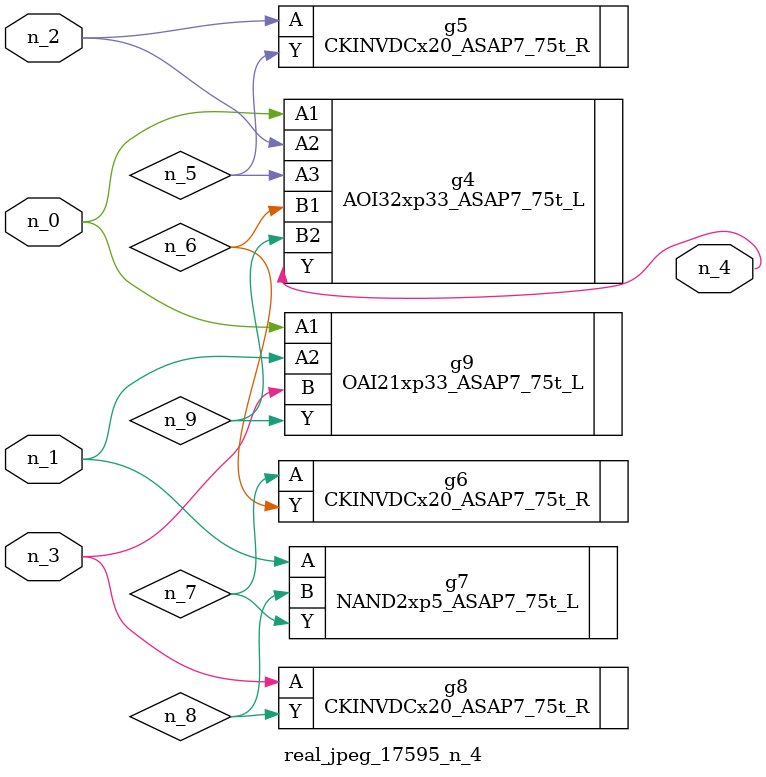
<source format=v>
module real_jpeg_17595_n_4 (n_3, n_1, n_0, n_2, n_4);

input n_3;
input n_1;
input n_0;
input n_2;

output n_4;

wire n_5;
wire n_8;
wire n_6;
wire n_7;
wire n_9;

AOI32xp33_ASAP7_75t_L g4 ( 
.A1(n_0),
.A2(n_2),
.A3(n_5),
.B1(n_6),
.B2(n_9),
.Y(n_4)
);

OAI21xp33_ASAP7_75t_L g9 ( 
.A1(n_0),
.A2(n_1),
.B(n_3),
.Y(n_9)
);

NAND2xp5_ASAP7_75t_L g7 ( 
.A(n_1),
.B(n_8),
.Y(n_7)
);

CKINVDCx20_ASAP7_75t_R g5 ( 
.A(n_2),
.Y(n_5)
);

CKINVDCx20_ASAP7_75t_R g8 ( 
.A(n_3),
.Y(n_8)
);

CKINVDCx20_ASAP7_75t_R g6 ( 
.A(n_7),
.Y(n_6)
);


endmodule
</source>
